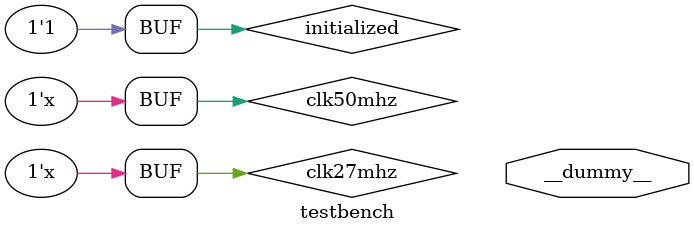
<source format=v>
`timescale 1 ps / 1 ps
module testbench(output __dummy__);
	reg clk50mhz;
	reg clk27mhz;
	wire tram_we, tram_oe;
	wire [0:19] tram_addr;
	wire [0:15] tram_data;
	reg initialized;
	
	initial begin
		initialized = 0;
		clk50mhz = 0;
		clk27mhz = 0;
		#1;
		initialized <= 1;
	end
	
	always begin 
		#10000; 
		if(initialized) clk50mhz= ~clk50mhz;
	end
	always begin 
		#37037; 
		if(initialized) clk27mhz= ~clk27mhz;
	end
	
	testram ram(
		.WE(tram_we),
		.OE(tram_oe),
		.ADDR(tram_addr),
		.DATA(tram_data)
	);
	
	controller ctrl(
		//LEDR,6
		.TD_CLK27(clk27mhz),
		.CLOCK_50(clk50mhz),
		//.VGA_R,
		//VGA_G,
		//VGA_B,
		//VGA_HS,
		//VGA_VS,
		//VGA_BLANK_N,
		//VGA_CLK,
		//VGA_VS,
		//VGA_SYNC_N,
		//TD_RESET_N,
		//.KEY(key),
		.SRAM_DQ(tram_data),
		.SRAM_ADDR(tram_addr),
		//.SRAM_CE_N(),
		//.SRAM_UB_N(),
		//.SRAM_LB_N(0),
		.SRAM_WE_N(tram_we),
		.SRAM_OE_N(tram_oe)
		//SW
	);
endmodule

</source>
